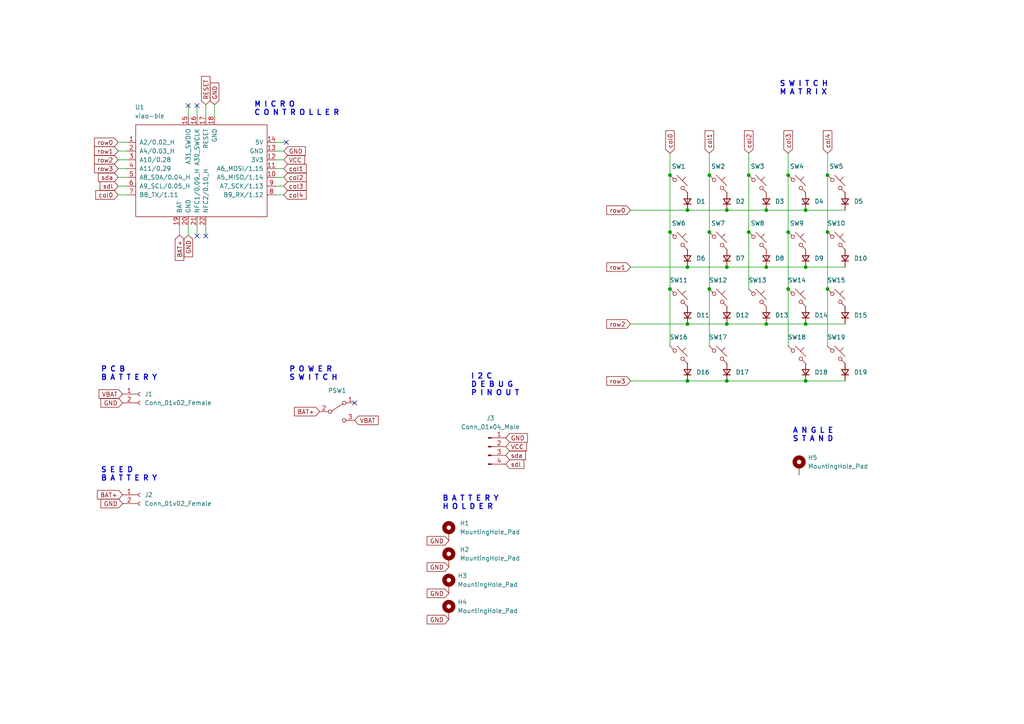
<source format=kicad_sch>
(kicad_sch (version 20211123) (generator eeschema)
  (paper "A4")
  (lib_symbols
    (symbol "Connector:Conn_01x02_Female" (pin_names (offset 1.016) hide)
      (property "Reference" "J" (at 0 2.54 0))
      (property "Value" "Conn_01x02_Female" (at 0 -5.08 0))
      (symbol "Conn_01x02_Female_1_1"
        (arc (start 0 -2.032) (mid -0.508 -2.54) (end 0 -3.048) (stroke (width 0.1524)))
        (polyline (pts (xy -1.27 -2.54) (xy -0.508 -2.54)) (stroke (width 0.1524)))
        (polyline (pts (xy -1.27 0) (xy -0.508 0)) (stroke (width 0.1524)))
        (arc (start 0 0.508) (mid -0.508 0) (end 0 -0.508) (stroke (width 0.1524)))
        (pin passive line (at -5.08 0 0) (length 3.81) (name "Pin_1") (number "1"))
        (pin passive line (at -5.08 -2.54 0) (length 3.81) (name "Pin_2") (number "2"))
      )
    )
    (symbol "Connector:Conn_01x04_Male" (pin_names (offset 1.016) hide)
      (property "Reference" "J" (at 0 5.08 0))
      (property "Value" "Conn_01x04_Male" (at 0 -7.62 0))
      (symbol "Conn_01x04_Male_1_1"
        (polyline (pts (xy 1.27 -5.08) (xy 0.8636 -5.08)) (stroke (width 0.1524)))
        (polyline (pts (xy 1.27 -2.54) (xy 0.8636 -2.54)) (stroke (width 0.1524)))
        (polyline (pts (xy 1.27 0) (xy 0.8636 0)) (stroke (width 0.1524)))
        (polyline (pts (xy 1.27 2.54) (xy 0.8636 2.54)) (stroke (width 0.1524)))
        (rectangle (start 0.8636 -4.953) (end 0 -5.207) (stroke (width 0.1524)) (fill (type outline)))
        (rectangle (start 0.8636 -2.413) (end 0 -2.667) (stroke (width 0.1524)) (fill (type outline)))
        (rectangle (start 0.8636 0.127) (end 0 -0.127) (stroke (width 0.1524)) (fill (type outline)))
        (rectangle (start 0.8636 2.667) (end 0 2.413) (stroke (width 0.1524)) (fill (type outline)))
        (pin passive line (at 5.08 2.54 180) (length 3.81) (name "Pin_1") (number "1"))
        (pin passive line (at 5.08 0 180) (length 3.81) (name "Pin_2") (number "2"))
        (pin passive line (at 5.08 -2.54 180) (length 3.81) (name "Pin_3") (number "3"))
        (pin passive line (at 5.08 -5.08 180) (length 3.81) (name "Pin_4") (number "4"))
      )
    )
    (symbol "Device:D_Small" (pin_numbers hide) (pin_names (offset 0.254) hide)
      (property "Reference" "D" (at -1.27 2.032 0))
      (property "Value" "D_Small" (at -3.81 -2.032 0))
      (symbol "D_Small_0_1"
        (polyline (pts (xy -0.762 -1.016) (xy -0.762 1.016)) (stroke (width 0.254)))
        (polyline (pts (xy -0.762 0) (xy 0.762 0)))
        (polyline (pts (xy 0.762 -1.016) (xy -0.762 0) (xy 0.762 1.016) (xy 0.762 -1.016)) (stroke (width 0.254)))
      )
      (symbol "D_Small_1_1"
        (pin passive line (at -2.54 0 0) (length 1.778) (name "K") (number "1"))
        (pin passive line (at 2.54 0 180) (length 1.778) (name "A") (number "2"))
      )
    )
    (symbol "Mechanical:MountingHole_Pad" (pin_numbers hide) (pin_names (offset 1.016) hide)
      (property "Reference" "H" (at 0 6.35 0))
      (property "Value" "MountingHole_Pad" (at 0 4.445 0))
      (symbol "MountingHole_Pad_0_1"
        (circle (center 0 1.27) (radius 1.27) (stroke (width 1.27)))
      )
      (symbol "MountingHole_Pad_1_1"
        (pin input line (at 0 -2.54 90) (length 2.54) (name "1") (number "1"))
      )
    )
    (symbol "Switch:SW_Push_45deg" (pin_numbers hide) (pin_names (offset 1.016) hide)
      (property "Reference" "SW" (at 3.048 1.016 0))
      (property "Value" "SW_Push_45deg" (at 0 -3.81 0))
      (symbol "SW_Push_45deg_0_1"
        (circle (center -1.1684 1.1684) (radius 0.508))
        (polyline (pts (xy -0.508 2.54) (xy 2.54 -0.508)))
        (polyline (pts (xy 1.016 1.016) (xy 2.032 2.032)))
        (polyline (pts (xy -2.54 2.54) (xy -1.524 1.524) (xy -1.524 1.524)))
        (polyline (pts (xy 1.524 -1.524) (xy 2.54 -2.54) (xy 2.54 -2.54) (xy 2.54 -2.54)))
        (circle (center 1.143 -1.1938) (radius 0.508))
        (pin passive line (at -2.54 2.54 0) (length 0) (name "1") (number "1"))
        (pin passive line (at 2.54 -2.54 180) (length 0) (name "2") (number "2"))
      )
    )
    (symbol "Switch:SW_SPDT" (pin_names (offset 0) hide)
      (property "Reference" "SW" (at 0 4.318 0))
      (property "Value" "SW_SPDT" (at 0 -5.08 0))
      (symbol "SW_SPDT_0_0"
        (circle (center -2.032 0) (radius 0.508))
        (circle (center 2.032 -2.54) (radius 0.508))
      )
      (symbol "SW_SPDT_0_1"
        (polyline (pts (xy -1.524 0.254) (xy 1.651 2.286)))
        (circle (center 2.032 2.54) (radius 0.508))
      )
      (symbol "SW_SPDT_1_1"
        (pin passive line (at 5.08 2.54 180) (length 2.54) (name "A") (number "1"))
        (pin passive line (at -5.08 0 0) (length 2.54) (name "B") (number "2"))
        (pin passive line (at 5.08 -2.54 180) (length 2.54) (name "C") (number "3"))
      )
    )
    (symbol "mcu:xiao-ble" (pin_names (offset 1.016))
      (property "Reference" "U" (at -17.78 16.51 0))
      (property "Value" "xiao-ble" (at -15.24 13.97 0))
      (symbol "xiao-ble_0_1"
        (rectangle (start -19.05 12.7) (end 19.05 -13.97))
      )
      (symbol "xiao-ble_1_1"
        (pin bidirectional line (at -21.59 7.62 0) (length 2.54) (name "A2/0.02_H") (number "1"))
        (pin bidirectional line (at 21.59 -2.54 180) (length 2.54) (name "A5_MISO/1.14") (number "10"))
        (pin bidirectional line (at 21.59 0 180) (length 2.54) (name "A6_MOSI/1.15") (number "11"))
        (pin power_out line (at 21.59 2.54 180) (length 2.54) (name "3V3") (number "12"))
        (pin power_out line (at 21.59 5.08 180) (length 2.54) (name "GND") (number "13"))
        (pin power_out line (at 21.59 7.62 180) (length 2.54) (name "5V") (number "14"))
        (pin input line (at -3.81 15.24 270) (length 2.54) (name "A31_SWDIO") (number "15"))
        (pin input line (at -1.27 15.24 270) (length 2.54) (name "A30_SWCLK") (number "16"))
        (pin input line (at 1.27 15.24 270) (length 2.54) (name "RESET") (number "17"))
        (pin power_out line (at 3.81 15.24 270) (length 2.54) (name "GND") (number "18"))
        (pin bidirectional line (at -6.35 -16.51 90) (length 2.54) (name "BAT") (number "19"))
        (pin bidirectional line (at -21.59 5.08 0) (length 2.54) (name "A4/0.03_H") (number "2"))
        (pin power_out line (at -3.81 -16.51 90) (length 2.54) (name "GND") (number "20"))
        (pin bidirectional line (at -1.27 -16.51 90) (length 2.54) (name "NFC1/0.09_H") (number "21"))
        (pin bidirectional line (at 1.27 -16.51 90) (length 2.54) (name "NFC2/0.10_H") (number "22"))
        (pin bidirectional line (at -21.59 2.54 0) (length 2.54) (name "A10/0.28") (number "3"))
        (pin bidirectional line (at -21.59 0 0) (length 2.54) (name "A11/0.29") (number "4"))
        (pin bidirectional line (at -21.59 -2.54 0) (length 2.54) (name "A8_SDA/0.04_H") (number "5"))
        (pin bidirectional line (at -21.59 -5.08 0) (length 2.54) (name "A9_SCL/0.05_H") (number "6"))
        (pin bidirectional line (at -21.59 -7.62 0) (length 2.54) (name "B8_TX/1.11") (number "7"))
        (pin bidirectional line (at 21.59 -7.62 180) (length 2.54) (name "B9_RX/1.12") (number "8"))
        (pin bidirectional line (at 21.59 -5.08 180) (length 2.54) (name "A7_SCK/1.13") (number "9"))
      )
    )
  )
  (junction (at 222.25 93.98))
  (junction (at 210.82 93.98))
  (junction (at 199.39 60.96))
  (junction (at 228.6 50.8))
  (junction (at 205.74 50.8))
  (junction (at 233.68 77.47))
  (junction (at 233.68 60.96))
  (junction (at 240.03 67.31))
  (junction (at 217.17 67.31))
  (junction (at 210.82 77.47))
  (junction (at 240.03 83.82))
  (junction (at 228.6 83.82))
  (junction (at 240.03 50.8))
  (junction (at 194.31 50.8))
  (junction (at 210.82 110.49))
  (junction (at 199.39 77.47))
  (junction (at 233.68 93.98))
  (junction (at 222.25 60.96))
  (junction (at 222.25 77.47))
  (junction (at 194.31 67.31))
  (junction (at 199.39 93.98))
  (junction (at 199.39 110.49))
  (junction (at 233.68 110.49))
  (junction (at 194.31 83.82))
  (junction (at 228.6 67.31))
  (junction (at 205.74 67.31))
  (junction (at 217.17 50.8))
  (junction (at 205.74 83.82))
  (junction (at 210.82 60.96))
  (no_connect (at 57.15 68.453))
  (no_connect (at 54.61 30.607))
  (no_connect (at 83.058 41.275))
  (no_connect (at 57.15 30.607))
  (no_connect (at 102.87 116.84))
  (no_connect (at 59.69 68.453))
  (wire (pts (xy 34.29 41.275) (xy 36.83 41.275)))
  (wire (pts (xy 182.88 77.47) (xy 199.39 77.47)))
  (wire (pts (xy 199.39 110.49) (xy 210.82 110.49)))
  (wire (pts (xy 205.74 83.82) (xy 205.74 100.33)))
  (wire (pts (xy 228.6 83.82) (xy 228.6 100.33)))
  (wire (pts (xy 80.01 51.435) (xy 82.296 51.435)))
  (wire (pts (xy 57.15 65.405) (xy 57.15 68.453)))
  (wire (pts (xy 182.88 93.98) (xy 199.39 93.98)))
  (wire (pts (xy 199.39 77.47) (xy 210.82 77.47)))
  (wire (pts (xy 228.6 44.45) (xy 228.6 50.8)))
  (wire (pts (xy 222.25 60.96) (xy 233.68 60.96)))
  (wire (pts (xy 205.74 50.8) (xy 205.74 67.31)))
  (wire (pts (xy 228.6 67.31) (xy 228.6 83.82)))
  (wire (pts (xy 52.07 65.405) (xy 52.07 68.199)))
  (wire (pts (xy 217.17 50.8) (xy 217.17 67.31)))
  (wire (pts (xy 210.82 93.98) (xy 222.25 93.98)))
  (wire (pts (xy 217.17 44.45) (xy 217.17 50.8)))
  (wire (pts (xy 228.6 50.8) (xy 228.6 67.31)))
  (wire (pts (xy 233.68 77.47) (xy 245.11 77.47)))
  (wire (pts (xy 210.82 60.96) (xy 222.25 60.96)))
  (wire (pts (xy 80.01 48.895) (xy 82.296 48.895)))
  (wire (pts (xy 199.39 93.98) (xy 210.82 93.98)))
  (wire (pts (xy 233.68 60.96) (xy 245.11 60.96)))
  (wire (pts (xy 34.29 53.975) (xy 36.83 53.975)))
  (wire (pts (xy 182.88 60.96) (xy 199.39 60.96)))
  (wire (pts (xy 34.29 48.895) (xy 36.83 48.895)))
  (wire (pts (xy 34.29 51.435) (xy 36.83 51.435)))
  (wire (pts (xy 59.69 30.353) (xy 59.69 33.655)))
  (wire (pts (xy 34.29 46.355) (xy 36.83 46.355)))
  (wire (pts (xy 34.29 43.815) (xy 36.83 43.815)))
  (wire (pts (xy 222.25 77.47) (xy 233.68 77.47)))
  (wire (pts (xy 80.01 41.275) (xy 83.058 41.275)))
  (wire (pts (xy 34.29 56.515) (xy 36.83 56.515)))
  (wire (pts (xy 240.03 50.8) (xy 240.03 67.31)))
  (wire (pts (xy 194.31 44.45) (xy 194.31 50.8)))
  (wire (pts (xy 240.03 67.31) (xy 240.03 83.82)))
  (wire (pts (xy 80.01 46.355) (xy 82.296 46.355)))
  (wire (pts (xy 210.82 110.49) (xy 233.68 110.49)))
  (wire (pts (xy 233.68 93.98) (xy 245.11 93.98)))
  (wire (pts (xy 57.15 30.607) (xy 57.15 33.655)))
  (wire (pts (xy 80.01 53.975) (xy 82.296 53.975)))
  (wire (pts (xy 80.01 43.815) (xy 82.296 43.815)))
  (wire (pts (xy 240.03 44.45) (xy 240.03 50.8)))
  (wire (pts (xy 199.39 60.96) (xy 210.82 60.96)))
  (wire (pts (xy 210.82 77.47) (xy 222.25 77.47)))
  (wire (pts (xy 194.31 67.31) (xy 194.31 83.82)))
  (wire (pts (xy 194.31 50.8) (xy 194.31 67.31)))
  (wire (pts (xy 62.23 30.353) (xy 62.23 33.655)))
  (wire (pts (xy 240.03 83.82) (xy 240.03 100.33)))
  (wire (pts (xy 54.61 30.607) (xy 54.61 33.655)))
  (wire (pts (xy 233.68 110.49) (xy 245.11 110.49)))
  (wire (pts (xy 222.25 93.98) (xy 233.68 93.98)))
  (wire (pts (xy 59.69 65.405) (xy 59.69 68.453)))
  (wire (pts (xy 217.17 67.31) (xy 217.17 83.82)))
  (wire (pts (xy 194.31 83.82) (xy 194.31 100.33)))
  (wire (pts (xy 54.61 65.405) (xy 54.61 68.199)))
  (wire (pts (xy 205.74 44.45) (xy 205.74 50.8)))
  (wire (pts (xy 80.01 56.515) (xy 82.296 56.515)))
  (wire (pts (xy 182.88 110.49) (xy 199.39 110.49)))
  (wire (pts (xy 205.74 67.31) (xy 205.74 83.82)))
  (text "P O W E R\nS W I T C H" (at 83.82 110.49 0) (effects (font (size 1.5 1.5) (thickness 0.3) bold) (justify left bottom)))
  (text "I 2 C\nD E B U G\nP I N O U T\n" (at 136.525 114.935 0) (effects (font (size 1.5 1.5) (thickness 0.3) bold) (justify left bottom)))
  (text "P C B\nB A T T E R Y\n" (at 29.21 110.49 0) (effects (font (size 1.5 1.5) (thickness 0.3) bold) (justify left bottom)))
  (text "S W I T C H\nM A T R I X" (at 226.06 27.686 0) (effects (font (size 1.5 1.5) (thickness 0.3) bold) (justify left bottom)))
  (text "A N G L E\nS T A N D" (at 229.87 128.27 0) (effects (font (size 1.5 1.5) (thickness 0.3) bold) (justify left bottom)))
  (text "S E E D\nB A T T E R Y\n" (at 29.21 139.7 0) (effects (font (size 1.5 1.5) (thickness 0.3) bold) (justify left bottom)))
  (text "M I C R O \nC O N T R O L L E R" (at 73.66 33.655 0) (effects (font (size 1.5 1.5) (thickness 0.3) bold) (justify left bottom)))
  (text "B A T T E R Y\nH O L D E R" (at 128.27 147.955 0) (effects (font (size 1.5 1.5) (thickness 0.3) bold) (justify left bottom)))
  (global_label "col4" (shape input) (at 240.03 44.45 90) (property "Intersheet References" "${INTERSHEET_REFS}" (effects hide)))
  (global_label "GND" (shape input) (at 130.175 172.085 180) (property "Intersheet References" "${INTERSHEET_REFS}" (effects hide)))
  (global_label "GND" (shape input) (at 146.685 127 0) (property "Intersheet References" "${INTERSHEET_REFS}" (effects hide)))
  (global_label "row1" (shape input) (at 34.29 43.815 180) (property "Intersheet References" "${INTERSHEET_REFS}" (effects hide)))
  (global_label "RESET" (shape input) (at 59.69 30.353 90) (property "Intersheet References" "${INTERSHEET_REFS}" (effects hide)))
  (global_label "row0" (shape input) (at 34.29 41.275 180) (property "Intersheet References" "${INTERSHEET_REFS}" (effects hide)))
  (global_label "VBAT" (shape input) (at 102.87 121.92 0) (property "Intersheet References" "${INTERSHEET_REFS}" (effects hide)))
  (global_label "VCC" (shape input) (at 146.685 129.54 0) (property "Intersheet References" "${INTERSHEET_REFS}" (effects hide)))
  (global_label "col0" (shape input) (at 194.31 44.45 90) (property "Intersheet References" "${INTERSHEET_REFS}" (effects hide)))
  (global_label "row2" (shape input) (at 182.88 93.98 180) (property "Intersheet References" "${INTERSHEET_REFS}" (effects hide)))
  (global_label "col4" (shape input) (at 82.296 56.515 0) (property "Intersheet References" "${INTERSHEET_REFS}" (effects hide)))
  (global_label "col2" (shape input) (at 217.17 44.45 90) (property "Intersheet References" "${INTERSHEET_REFS}" (effects hide)))
  (global_label "sda" (shape input) (at 146.685 132.08 0) (property "Intersheet References" "${INTERSHEET_REFS}" (effects hide)))
  (global_label "row3" (shape input) (at 182.88 110.49 180) (property "Intersheet References" "${INTERSHEET_REFS}" (effects hide)))
  (global_label "col2" (shape input) (at 82.296 51.435 0) (property "Intersheet References" "${INTERSHEET_REFS}" (effects hide)))
  (global_label "GND" (shape input) (at 82.296 43.815 0) (property "Intersheet References" "${INTERSHEET_REFS}" (effects hide)))
  (global_label "sdl" (shape input) (at 146.685 134.62 0) (property "Intersheet References" "${INTERSHEET_REFS}" (effects hide)))
  (global_label "GND" (shape input) (at 35.56 116.84 180) (property "Intersheet References" "${INTERSHEET_REFS}" (effects hide)))
  (global_label "sdl" (shape input) (at 34.29 53.975 180) (property "Intersheet References" "${INTERSHEET_REFS}" (effects hide)))
  (global_label "GND" (shape input) (at 35.56 146.05 180) (property "Intersheet References" "${INTERSHEET_REFS}" (effects hide)))
  (global_label "sda" (shape input) (at 34.29 51.435 180) (property "Intersheet References" "${INTERSHEET_REFS}" (effects hide)))
  (global_label "col1" (shape input) (at 205.74 44.45 90) (property "Intersheet References" "${INTERSHEET_REFS}" (effects hide)))
  (global_label "GND" (shape input) (at 62.23 30.353 90) (property "Intersheet References" "${INTERSHEET_REFS}" (effects hide)))
  (global_label "BAT+" (shape input) (at 92.71 119.38 180) (property "Intersheet References" "${INTERSHEET_REFS}" (effects hide)))
  (global_label "GND" (shape input) (at 130.175 164.465 180) (property "Intersheet References" "${INTERSHEET_REFS}" (effects hide)))
  (global_label "row3" (shape input) (at 34.29 48.895 180) (property "Intersheet References" "${INTERSHEET_REFS}" (effects hide)))
  (global_label "col0" (shape input) (at 34.29 56.515 180) (property "Intersheet References" "${INTERSHEET_REFS}" (effects hide)))
  (global_label "BAT+" (shape input) (at 35.56 143.51 180) (property "Intersheet References" "${INTERSHEET_REFS}" (effects hide)))
  (global_label "row1" (shape input) (at 182.88 77.47 180) (property "Intersheet References" "${INTERSHEET_REFS}" (effects hide)))
  (global_label "GND" (shape input) (at 130.175 156.845 180) (property "Intersheet References" "${INTERSHEET_REFS}" (effects hide)))
  (global_label "VCC" (shape input) (at 82.296 46.355 0) (property "Intersheet References" "${INTERSHEET_REFS}" (effects hide)))
  (global_label "col3" (shape input) (at 82.296 53.975 0) (property "Intersheet References" "${INTERSHEET_REFS}" (effects hide)))
  (global_label "GND" (shape input) (at 54.61 68.199 270) (property "Intersheet References" "${INTERSHEET_REFS}" (effects hide)))
  (global_label "BAT+" (shape input) (at 52.07 68.199 270) (property "Intersheet References" "${INTERSHEET_REFS}" (effects hide)))
  (global_label "VBAT" (shape input) (at 35.56 114.3 180) (property "Intersheet References" "${INTERSHEET_REFS}" (effects hide)))
  (global_label "row2" (shape input) (at 34.29 46.355 180) (property "Intersheet References" "${INTERSHEET_REFS}" (effects hide)))
  (global_label "GND" (shape input) (at 130.175 179.705 180) (property "Intersheet References" "${INTERSHEET_REFS}" (effects hide)))
  (global_label "row0" (shape input) (at 182.88 60.96 180) (property "Intersheet References" "${INTERSHEET_REFS}" (effects hide)))
  (global_label "col1" (shape input) (at 82.296 48.895 0) (property "Intersheet References" "${INTERSHEET_REFS}" (effects hide)))
  (global_label "col3" (shape input) (at 228.6 44.45 90) (property "Intersheet References" "${INTERSHEET_REFS}" (effects hide)))
  (symbol (lib_id "Switch:SW_Push_45deg") (at 231.14 102.87 0) (unit 1)
    (property "Reference" "SW18" (at 231.14 97.79 0))
    (property "Value" "SW_Push_45deg" (effects hide))
    (property "Footprint" "Kailh:Kailh_PG1232_reversible" (effects hide))
  )
  (symbol (lib_id "Switch:SW_Push_45deg") (at 231.14 53.34 0) (unit 1)
    (property "Reference" "SW4" (at 231.14 48.26 0))
    (property "Value" "SW_Push_45deg" (effects hide))
    (property "Footprint" "Kailh:Kailh_PG1232_reversible" (effects hide))
  )
  (symbol (lib_id "Device:D_Small") (at 245.11 91.44 90) (unit 1)
    (property "Reference" "D15" (at 247.65 91.4399 90) (effects (justify right)))
    (property "Value" "D_Small" (effects hide))
    (property "Footprint" "Kailh:Diode_SOD123_THT_2" (effects hide))
  )
  (symbol (lib_id "Connector:Conn_01x02_Female") (at 40.64 114.3 0) (unit 1)
    (property "Reference" "J1" (at 41.91 114.2999 0) (effects (justify left)))
    (property "Value" "Conn_01x02_Female" (at 41.91 116.8399 0) (effects (justify left)))
    (property "Footprint" "Kailh:battery-pad" (effects hide))
  )
  (symbol (lib_id "Switch:SW_Push_45deg") (at 242.57 86.36 0) (unit 1)
    (property "Reference" "SW15" (at 242.57 81.28 0))
    (property "Value" "SW_Push_45deg" (effects hide))
    (property "Footprint" "Kailh:Kailh_PG1232_reversible" (effects hide))
  )
  (symbol (lib_id "Switch:SW_Push_45deg") (at 208.28 86.36 0) (unit 1)
    (property "Reference" "SW12" (at 208.28 81.28 0))
    (property "Value" "SW_Push_45deg" (effects hide))
    (property "Footprint" "Kailh:Kailh_PG1232_reversible" (effects hide))
  )
  (symbol (lib_id "Switch:SW_Push_45deg") (at 242.57 69.85 0) (unit 1)
    (property "Reference" "SW10" (at 242.57 64.77 0))
    (property "Value" "SW_Push_45deg" (effects hide))
    (property "Footprint" "Kailh:Kailh_PG1232_reversible" (effects hide))
  )
  (symbol (lib_id "Device:D_Small") (at 210.82 107.95 90) (unit 1)
    (property "Reference" "D17" (at 213.36 107.9499 90) (effects (justify right)))
    (property "Value" "D_Small" (effects hide))
    (property "Footprint" "Kailh:Diode_SOD123_THT_2" (effects hide))
  )
  (symbol (lib_id "Device:D_Small") (at 233.68 74.93 90) (unit 1)
    (property "Reference" "D9" (at 236.22 74.9299 90) (effects (justify right)))
    (property "Value" "D_Small" (effects hide))
    (property "Footprint" "Kailh:Diode_SOD123_THT_2" (effects hide))
  )
  (symbol (lib_id "Switch:SW_Push_45deg") (at 219.71 86.36 0) (unit 1)
    (property "Reference" "SW13" (at 219.71 81.28 0))
    (property "Value" "SW_Push_45deg" (effects hide))
    (property "Footprint" "Kailh:Kailh_PG1232_reversible" (effects hide))
  )
  (symbol (lib_id "Switch:SW_SPDT") (at 97.79 119.38 0) (unit 1)
    (property "Reference" "PSW1" (at 97.79 113.284 0))
    (property "Value" "SW_SPDT" (effects hide))
    (property "Footprint" "Button_Switch_THT:SW_MS-22D18G2ROHS" (effects hide))
  )
  (symbol (lib_id "Device:D_Small") (at 233.68 91.44 90) (unit 1)
    (property "Reference" "D14" (at 236.22 91.4399 90) (effects (justify right)))
    (property "Value" "D_Small" (effects hide))
    (property "Footprint" "Kailh:Diode_SOD123_THT_2" (effects hide))
  )
  (symbol (lib_id "Device:D_Small") (at 199.39 91.44 90) (unit 1)
    (property "Reference" "D11" (at 201.93 91.4399 90) (effects (justify right)))
    (property "Value" "D_Small" (effects hide))
    (property "Footprint" "Kailh:Diode_SOD123_THT_2" (effects hide))
  )
  (symbol (lib_id "Switch:SW_Push_45deg") (at 196.85 69.85 0) (unit 1)
    (property "Reference" "SW6" (at 196.85 64.77 0))
    (property "Value" "SW_Push_45deg" (effects hide))
    (property "Footprint" "Kailh:Kailh_PG1232_reversible" (effects hide))
  )
  (symbol (lib_id "Switch:SW_Push_45deg") (at 231.14 69.85 0) (unit 1)
    (property "Reference" "SW9" (at 231.14 64.77 0))
    (property "Value" "SW_Push_45deg" (effects hide))
    (property "Footprint" "Kailh:Kailh_PG1232_reversible" (effects hide))
  )
  (symbol (lib_id "Switch:SW_Push_45deg") (at 208.28 69.85 0) (unit 1)
    (property "Reference" "SW7" (at 208.28 64.77 0))
    (property "Value" "SW_Push_45deg" (effects hide))
    (property "Footprint" "Kailh:Kailh_PG1232_reversible" (effects hide))
  )
  (symbol (lib_id "Switch:SW_Push_45deg") (at 242.57 102.87 0) (unit 1)
    (property "Reference" "SW19" (at 242.57 97.79 0))
    (property "Value" "SW_Push_45deg" (effects hide))
    (property "Footprint" "Kailh:Kailh_PG1232_reversible" (effects hide))
  )
  (symbol (lib_id "Connector:Conn_01x04_Male") (at 141.605 129.54 0) (unit 1)
    (property "Reference" "J3" (at 142.24 121.285 0))
    (property "Value" "Conn_01x04_Male" (at 142.24 123.825 0))
    (property "Footprint" "Connector_PinHeader_2.54mm:PinHeader_1x04_P2.54mm_Horizontal" (effects hide))
  )
  (symbol (lib_id "Switch:SW_Push_45deg") (at 208.28 102.87 0) (unit 1)
    (property "Reference" "SW17" (at 208.28 97.79 0))
    (property "Value" "SW_Push_45deg" (effects hide))
    (property "Footprint" "Kailh:Kailh_PG1232_reversible" (effects hide))
  )
  (symbol (lib_id "Switch:SW_Push_45deg") (at 196.85 102.87 0) (unit 1)
    (property "Reference" "SW16" (at 196.85 97.79 0))
    (property "Value" "SW_Push_45deg" (effects hide))
    (property "Footprint" "Kailh:Kailh_PG1232_reversible" (effects hide))
  )
  (symbol (lib_id "Device:D_Small") (at 245.11 74.93 90) (unit 1)
    (property "Reference" "D10" (at 247.65 74.9299 90) (effects (justify right)))
    (property "Value" "D_Small" (effects hide))
    (property "Footprint" "Kailh:Diode_SOD123_THT_2" (effects hide))
  )
  (symbol (lib_id "Device:D_Small") (at 245.11 107.95 90) (unit 1)
    (property "Reference" "D19" (at 247.65 107.9499 90) (effects (justify right)))
    (property "Value" "D_Small" (effects hide))
    (property "Footprint" "Kailh:Diode_SOD123_THT_2" (effects hide))
  )
  (symbol (lib_id "Device:D_Small") (at 210.82 58.42 90) (unit 1)
    (property "Reference" "D2" (at 213.36 58.4199 90) (effects (justify right)))
    (property "Value" "D_Small" (effects hide))
    (property "Footprint" "Kailh:Diode_SOD123_THT_2" (effects hide))
  )
  (symbol (lib_id "Switch:SW_Push_45deg") (at 208.28 53.34 0) (unit 1)
    (property "Reference" "SW2" (at 208.28 48.26 0))
    (property "Value" "SW_Push_45deg" (effects hide))
    (property "Footprint" "Kailh:Kailh_PG1232_reversible" (effects hide))
  )
  (symbol (lib_id "Device:D_Small") (at 222.25 91.44 90) (unit 1)
    (property "Reference" "D13" (at 224.79 91.4399 90) (effects (justify right)))
    (property "Value" "D_Small" (effects hide))
    (property "Footprint" "Kailh:Diode_SOD123_THT_2" (effects hide))
  )
  (symbol (lib_id "Switch:SW_Push_45deg") (at 242.57 53.34 0) (unit 1)
    (property "Reference" "SW5" (at 242.57 48.26 0))
    (property "Value" "SW_Push_45deg" (effects hide))
    (property "Footprint" "Kailh:Kailh_PG1232_reversible" (effects hide))
  )
  (symbol (lib_id "Switch:SW_Push_45deg") (at 196.85 86.36 0) (unit 1)
    (property "Reference" "SW11" (at 196.85 81.28 0))
    (property "Value" "SW_Push_45deg" (effects hide))
    (property "Footprint" "Kailh:Kailh_PG1232_reversible" (effects hide))
  )
  (symbol (lib_id "Device:D_Small") (at 233.68 107.95 90) (unit 1)
    (property "Reference" "D18" (at 236.22 107.9499 90) (effects (justify right)))
    (property "Value" "D_Small" (effects hide))
    (property "Footprint" "Kailh:Diode_SOD123_THT_2" (effects hide))
  )
  (symbol (lib_id "Switch:SW_Push_45deg") (at 219.71 53.34 0) (unit 1)
    (property "Reference" "SW3" (at 219.71 48.26 0))
    (property "Value" "SW_Push_45deg" (effects hide))
    (property "Footprint" "Kailh:Kailh_PG1232_reversible" (effects hide))
  )
  (symbol (lib_id "Switch:SW_Push_45deg") (at 196.85 53.34 0) (unit 1)
    (property "Reference" "SW1" (at 196.85 48.26 0))
    (property "Value" "SW_Push_45deg" (effects hide))
    (property "Footprint" "Kailh:Kailh_PG1232_reversible" (effects hide))
  )
  (symbol (lib_id "Device:D_Small") (at 233.68 58.42 90) (unit 1)
    (property "Reference" "D4" (at 236.22 58.4199 90) (effects (justify right)))
    (property "Value" "D_Small" (effects hide))
    (property "Footprint" "Kailh:Diode_SOD123_THT_2" (effects hide))
  )
  (symbol (lib_id "Device:D_Small") (at 199.39 74.93 90) (unit 1)
    (property "Reference" "D6" (at 201.93 74.9299 90) (effects (justify right)))
    (property "Value" "D_Small" (effects hide))
    (property "Footprint" "Kailh:Diode_SOD123_THT_2" (effects hide))
  )
  (symbol (lib_id "Device:D_Small") (at 222.25 74.93 90) (unit 1)
    (property "Reference" "D8" (at 224.79 74.9299 90) (effects (justify right)))
    (property "Value" "D_Small" (effects hide))
    (property "Footprint" "Kailh:Diode_SOD123_THT_2" (effects hide))
  )
  (symbol (lib_id "Switch:SW_Push_45deg") (at 231.14 86.36 0) (unit 1)
    (property "Reference" "SW14" (at 231.14 81.28 0))
    (property "Value" "SW_Push_45deg" (effects hide))
    (property "Footprint" "Kailh:Kailh_PG1232_reversible" (effects hide))
  )
  (symbol (lib_id "Mechanical:MountingHole_Pad") (at 130.175 177.165 0) (unit 1)
    (property "Reference" "H4" (at 132.715 174.6249 0) (effects (justify left)))
    (property "Value" "MountingHole_Pad" (at 132.715 177.1649 0) (effects (justify left)))
    (property "Footprint" "MountingHole:MountingHole_3.2mm_M3_DIN965_Pad" (effects hide))
  )
  (symbol (lib_id "Mechanical:MountingHole_Pad") (at 130.175 161.925 0) (unit 1)
    (property "Reference" "H2" (at 133.35 159.3849 0) (effects (justify left)))
    (property "Value" "MountingHole_Pad" (at 133.35 161.9249 0) (effects (justify left)))
    (property "Footprint" "Kailh:pcb7xm3" (effects hide))
  )
  (symbol (lib_id "Connector:Conn_01x02_Female") (at 40.64 143.51 0) (unit 1)
    (property "Reference" "J2" (at 41.91 143.5099 0) (effects (justify left)))
    (property "Value" "Conn_01x02_Female" (at 41.91 146.0499 0) (effects (justify left)))
    (property "Footprint" "Connector_Molex:Molex_PicoBlade_53048-0210_1x02_P1.25mm_Horizontal" (effects hide))
  )
  (symbol (lib_id "Device:D_Small") (at 210.82 74.93 90) (unit 1)
    (property "Reference" "D7" (at 213.36 74.9299 90) (effects (justify right)))
    (property "Value" "D_Small" (effects hide))
    (property "Footprint" "Kailh:Diode_SOD123_THT_2" (effects hide))
  )
  (symbol (lib_id "Switch:SW_Push_45deg") (at 219.71 69.85 0) (unit 1)
    (property "Reference" "SW8" (at 219.71 64.77 0))
    (property "Value" "SW_Push_45deg" (effects hide))
    (property "Footprint" "Kailh:Kailh_PG1232_reversible" (effects hide))
  )
  (symbol (lib_id "Mechanical:MountingHole_Pad") (at 130.175 169.545 0) (unit 1)
    (property "Reference" "H3" (at 132.715 167.0049 0) (effects (justify left)))
    (property "Value" "MountingHole_Pad" (at 132.715 169.5449 0) (effects (justify left)))
    (property "Footprint" "MountingHole:MountingHole_3.2mm_M3_DIN965_Pad" (effects hide))
  )
  (symbol (lib_id "Mechanical:MountingHole_Pad") (at 130.175 154.305 0) (unit 1)
    (property "Reference" "H1" (at 133.35 151.7649 0) (effects (justify left)))
    (property "Value" "MountingHole_Pad" (at 133.35 154.3049 0) (effects (justify left)))
    (property "Footprint" "Kailh:pcb7xm3" (effects hide))
  )
  (symbol (lib_id "Device:D_Small") (at 199.39 58.42 90) (unit 1)
    (property "Reference" "D1" (at 201.93 58.4199 90) (effects (justify right)))
    (property "Value" "D_Small" (effects hide))
    (property "Footprint" "Kailh:Diode_SOD123_THT_2" (effects hide))
  )
  (symbol (lib_id "mcu:xiao-ble") (at 58.42 48.895 0) (unit 1)
    (property "Reference" "U1" (at 39.116 31.115 0) (effects (justify left)))
    (property "Value" "xiao-ble" (at 39.116 33.655 0) (effects (justify left)))
    (property "Footprint" "Seeeduino:Xiao THT jumper pad" (effects hide))
  )
  (symbol (lib_id "Device:D_Small") (at 245.11 58.42 90) (unit 1)
    (property "Reference" "D5" (at 247.65 58.4199 90) (effects (justify right)))
    (property "Value" "D_Small" (effects hide))
    (property "Footprint" "Kailh:Diode_SOD123_THT_2" (effects hide))
  )
  (symbol (lib_id "Device:D_Small") (at 199.39 107.95 90) (unit 1)
    (property "Reference" "D16" (at 201.93 107.9499 90) (effects (justify right)))
    (property "Value" "D_Small" (effects hide))
    (property "Footprint" "Kailh:Diode_SOD123_THT_2" (effects hide))
  )
  (symbol (lib_id "Device:D_Small") (at 222.25 58.42 90) (unit 1)
    (property "Reference" "D3" (at 224.79 58.4199 90) (effects (justify right)))
    (property "Value" "D_Small" (effects hide))
    (property "Footprint" "Kailh:Diode_SOD123_THT_2" (effects hide))
  )
  (symbol (lib_id "Mechanical:MountingHole_Pad") (at 231.775 135.255 0) (unit 1)
    (property "Reference" "H5" (at 234.315 132.7149 0) (effects (justify left)))
    (property "Value" "MountingHole_Pad" (at 234.315 135.255 0) (effects (justify left)))
    (property "Footprint" "MountingHole:MountingHole_3.2mm_M3_DIN965_Pad" (effects hide))
  )
  (symbol (lib_id "Device:D_Small") (at 210.82 91.44 90) (unit 1)
    (property "Reference" "D12" (at 213.36 91.4399 90) (effects (justify right)))
    (property "Value" "D_Small" (effects hide))
    (property "Footprint" "Kailh:Diode_SOD123_THT_2" (effects hide))
  )
)
</source>
